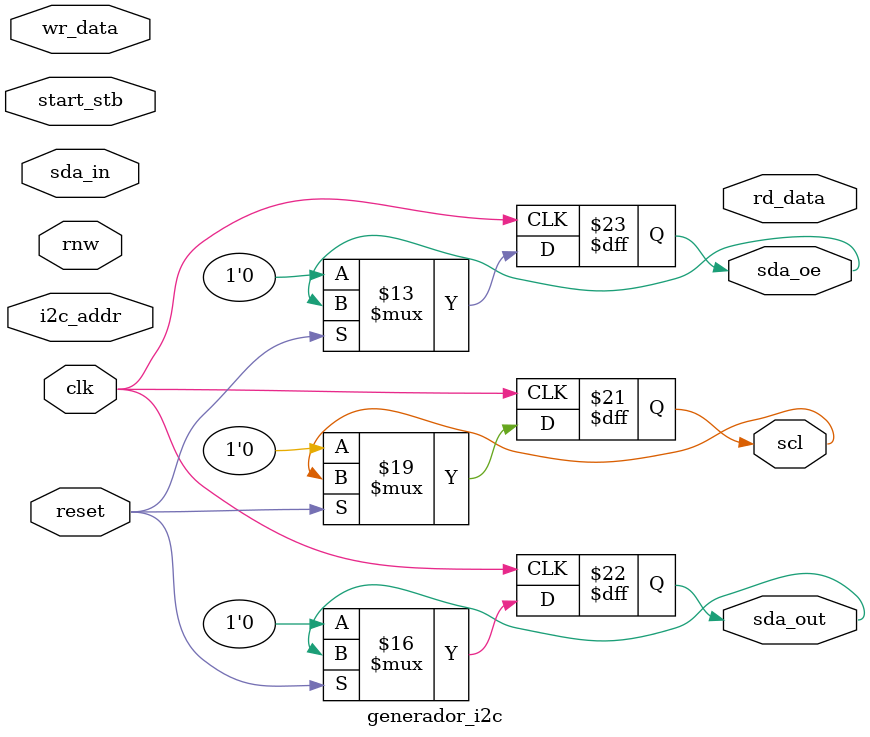
<source format=v>
module generador_i2c(
    input wire clk, reset, start_stb, rnw, sda_in,
    input wire [6:0] i2c_addr,           // Dirección I2C del dispositivo
    input wire [15:0] wr_data,           // Datos a escribir
    output reg scl, sda_out, sda_oe,
    output reg [15:0] rd_data            // Datos leídos
);

    // Estados del generador I2C
    localparam IDLE = 3'b000, START = 3'b001, ADDR = 3'b010, DATA = 3'b011, STOP = 3'b100;
    reg [2:0] estado, prox_estado;
    reg [2:0] contador_scl, prox_contador_scl;
    reg [3:0] bit_count, prox_bit_count;

    always @(posedge clk)begin
        if (~reset)begin
            contador_scl = 3'b000;
            estado <= IDLE;
            bit_count <= 4'b0000;
            scl <= 0;
            sda_out <= 0;
            sda_oe <= 0;
        end
    end

endmodule
</source>
